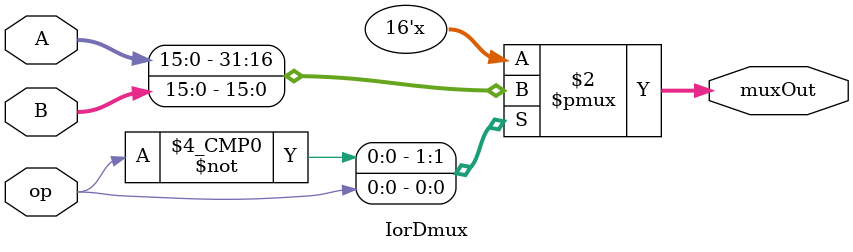
<source format=v>
`timescale 1ns / 1ns

module IorDmux(op, A, B, muxOut);
     
  input op;
  input[15:0] A; //Data
  input[15:0] B; //Instruction
     
  output reg[15:0] muxOut;



 always @(op, A, B) begin 
    case (op)
      0: muxOut = A; //ALUout Register
      1: muxOut = B; //from PC
    endcase
  end



endmodule
</source>
